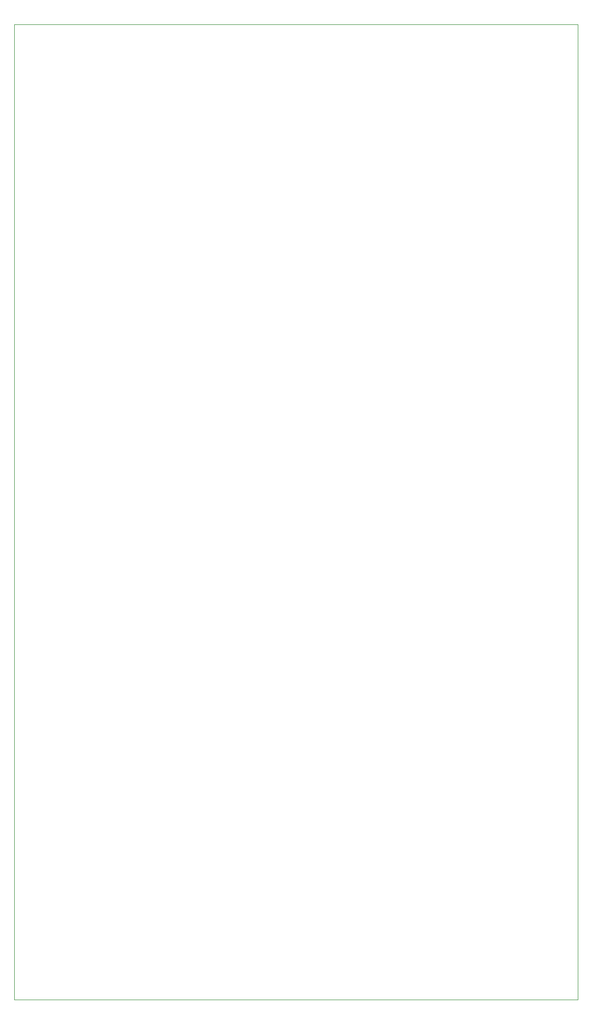
<source format=gbr>
G04 #@! TF.GenerationSoftware,KiCad,Pcbnew,(5.1.5-0-10_14)*
G04 #@! TF.CreationDate,2020-01-27T17:12:38-08:00*
G04 #@! TF.ProjectId,Numpad,4e756d70-6164-42e6-9b69-6361645f7063,rev?*
G04 #@! TF.SameCoordinates,Original*
G04 #@! TF.FileFunction,Profile,NP*
%FSLAX46Y46*%
G04 Gerber Fmt 4.6, Leading zero omitted, Abs format (unit mm)*
G04 Created by KiCad (PCBNEW (5.1.5-0-10_14)) date 2020-01-27 17:12:38*
%MOMM*%
%LPD*%
G04 APERTURE LIST*
%ADD10C,0.050000*%
G04 APERTURE END LIST*
D10*
X16510000Y-179070000D02*
X16510000Y-16510000D01*
X110490000Y-179070000D02*
X16510000Y-179070000D01*
X110490000Y-16510000D02*
X110490000Y-179070000D01*
X16510000Y-16510000D02*
X110490000Y-16510000D01*
M02*

</source>
